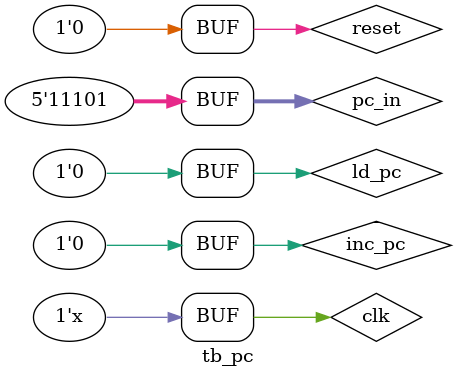
<source format=v>
module pc(
	input ld_pc,
	input inc_pc,
	input reset,
	input clk,
	input [4:0] pc_in,
	output reg [4:0] pc_out
	);

always@(posedge reset or posedge clk) begin
 if(reset)
	pc_out <= 5'b0;
 else
	if(ld_pc)
		pc_out <= pc_in;
	else if(inc_pc)
		pc_out <= pc_out+1;
end

endmodule

module tb_pc;
	//Inputs
	reg ld_pc;
	reg inc_pc;
	reg reset;
	reg clk;
	reg [4:0] pc_in;
		
	//Outputs
	wire [4:0] pc_out;
	
	//UUT
	pc U1 (
		.ld_pc(ld_pc),
		.inc_pc(inc_pc),
		.reset(reset),
		.clk(clk),
		.pc_in(pc_in),
		.pc_out(pc_out)
	);
	
	
	initial begin 
		//Initialize 
		reset = 1;
		clk = 0;
		ld_pc = 0;
	   inc_pc = 0;
	   pc_in = 0;
		
		
		#2 reset = 0;
					
		//Simulation 
		#30 pc_in = 10010; ld_pc = 1;
		#10 ld_pc = 0;
		#20 pc_in = 11101;
		#10 ld_pc = 1; 
		#10 ld_pc = 0;
		#20 inc_pc = 1; 
		#10 inc_pc = 0; 		
	end  
	
	always begin
		#5 clk = ~clk;
	end
	
			
endmodule 

</source>
